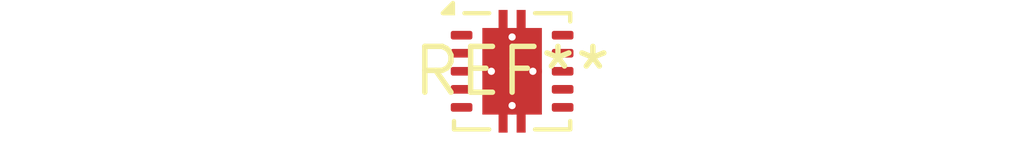
<source format=kicad_pcb>
(kicad_pcb (version 20240108) (generator pcbnew)
  (layers (0 "F.Cu" signal) (31 "B.Cu" signal) (34 "B.Paste" user) (35 "F.Paste" user) (36 "B.SilkS" user "B.Silkscreen") (37 "F.SilkS" user "F.Silkscreen") (38 "B.Mask" user) (39 "F.Mask" user) (44 "Edge.Cuts" user))
  (net 0 "")
  (footprint "Texas_DRC0010J_ThermalVias" (layer "F.Cu") (at 0 0)
    (property "Reference" "REF**")
    (property "Value" "Texas_DRC0010J_ThermalVias")
    (fp_line (start -1.61 1.38) (end -1.61 1.61) (layer "F.SilkS") (stroke (width 0.12)))
    (fp_line (start -1.61 1.61) (end -0.635 1.61) (layer "F.SilkS") (stroke (width 0.12)))
    (fp_line (start -1.32 -1.61) (end -0.635 -1.61) (layer "F.SilkS") (stroke (width 0.12)))
    (fp_line (start 0.635 -1.61) (end 1.61 -1.61) (layer "F.SilkS") (stroke (width 0.12)))
    (fp_line (start 0.635 1.61) (end 1.61 1.61) (layer "F.SilkS") (stroke (width 0.12)))
    (fp_line (start 1.61 -1.61) (end 1.61 -1.38) (layer "F.SilkS") (stroke (width 0.12)))
    (fp_line (start 1.61 1.38) (end 1.61 1.61) (layer "F.SilkS") (stroke (width 0.12)))
    (fp_poly (pts (xy -1.64 -1.61) (xy -1.92 -1.61) (xy -1.64 -1.89) (xy -1.64 -1.61)) (layer "F.SilkS") (stroke (width 0.12)) (fill solid))
    (pad "1" smd roundrect (at -1.4 -1) (size 0.6 0.24) (layers "F.Cu" "F.Paste" "F.Mask"))
    (pad "2" smd roundrect (at -1.4 -0.5) (size 0.6 0.24) (layers "F.Cu" "F.Paste" "F.Mask"))
    (pad "3" smd roundrect (at -1.4 0) (size 0.6 0.24) (layers "F.Cu" "F.Paste" "F.Mask"))
    (pad "4" smd roundrect (at -1.4 0.5) (size 0.6 0.24) (layers "F.Cu" "F.Paste" "F.Mask"))
    (pad "5" smd roundrect (at -1.4 1) (size 0.6 0.24) (layers "F.Cu" "F.Paste" "F.Mask"))
    (pad "6" smd roundrect (at 1.4 1) (size 0.6 0.24) (layers "F.Cu" "F.Paste" "F.Mask"))
    (pad "7" smd roundrect (at 1.4 0.5) (size 0.6 0.24) (layers "F.Cu" "F.Paste" "F.Mask"))
    (pad "8" smd roundrect (at 1.4 0) (size 0.6 0.24) (layers "F.Cu" "F.Paste" "F.Mask"))
    (pad "9" smd roundrect (at 1.4 -0.5) (size 0.6 0.24) (layers "F.Cu" "F.Paste" "F.Mask"))
    (pad "10" smd roundrect (at 1.4 -1) (size 0.6 0.24) (layers "F.Cu" "F.Paste" "F.Mask"))
    (pad "11" thru_hole circle (at -0.575 0) (size 0.5 0.5) (drill 0.2) (layers *.Cu) (remove_unused_layers))
    (pad "11" thru_hole circle (at 0 -0.95) (size 0.5 0.5) (drill 0.2) (layers *.Cu) (remove_unused_layers))
    (pad "11" smd custom (at 0 0) (size 1.65 2.4) (layers "F.Cu" "F.Mask") (options (clearance outline) (anchor rect)) (primitives (gr_poly (pts (xy -0.125 -1.1) (xy 0.125 -1.1) (xy 0.125 -1.7) (xy 0.375 -1.7) (xy 0.375 1.7) (xy 0.125 1.7) (xy 0.125 1.1) (xy -0.125 1.1) (xy -0.125 1.7) (xy -0.375 1.7) (xy -0.375 -1.7) (xy -0.125 -1.7)) (width 0) (fill yes))))
    (pad "11" thru_hole circle (at 0 0.95) (size 0.5 0.5) (drill 0.2) (layers *.Cu) (remove_unused_layers))
    (pad "11" thru_hole circle (at 0.575 0) (size 0.5 0.5) (drill 0.2) (layers *.Cu) (remove_unused_layers))
  )
)
</source>
